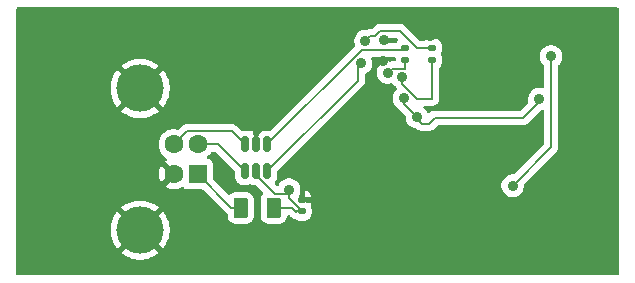
<source format=gbr>
G04*
G04 GERBER (RE)GENERATED BY FLATCAM v8.994 - www.flatcam.org - Version Date: 2020/11/7*
G04 Filename: rp2040-literal-bare-minimum-B_Cu.gbr*
G04 Created on : Monday, 28 July 2025 at 19:10*
%TF.GenerationSoftware,KiCad,Pcbnew,9.0.1*%
%TF.CreationDate,2025-07-21T18:30:37+01:00*%
%TF.ProjectId,rp2040-literal-bare-minimum,72703230-3430-42d6-9c69-746572616c2d,rev?*%
%TF.SameCoordinates,PX3922770PY49f2aa0*%
%TF.FileFunction,Copper,L2,Bot*%
%TF.FilePolarity,Positive*%
%FSLAX46Y46*%
G04 Gerber Fmt 4.6, Leading zero omitted, Abs format (unit mm)*
G04 Created by KiCad (PCBNEW 9.0.1) date 2025-07-21 18:30:37*
%MOMM*%
%LPD*%
G01*
G04 APERTURE LIST*
G04 Aperture macros list*
%AMRoundRect*
0 Rectangle with rounded corners*
0 $1 Rounding radius*
0 $2 $3 $4 $5 $6 $7 $8 $9 X,Y pos of 4 corners*
0 Add a 4 corners polygon primitive as box body*
4,1,4,$2,$3,$4,$5,$6,$7,$8,$9,$2,$3,0*
0 Add four circle primitives for the rounded corners*
1,1,$1+$1,$2,$3*
1,1,$1+$1,$4,$5*
1,1,$1+$1,$6,$7*
1,1,$1+$1,$8,$9*
0 Add four rect primitives between the rounded corners*
20,1,$1+$1,$2,$3,$4,$5,0*
20,1,$1+$1,$4,$5,$6,$7,0*
20,1,$1+$1,$6,$7,$8,$9,0*
20,1,$1+$1,$8,$9,$2,$3,0*%
G04 Aperture macros list end*
%TA.AperFunction,ComponentPad*%
%ADD10R,1.600000X1.600000*%
%TD*%
%TA.AperFunction,ComponentPad*%
%ADD11C,1.600000*%
%TD*%
%TA.AperFunction,ComponentPad*%
%ADD12C,4.000000*%
%TD*%
%TA.AperFunction,SMDPad,CuDef*%
%ADD13RoundRect,0.135000X-0.185000X0.135000X-0.185000X-0.135000X0.185000X-0.135000X0.185000X0.135000X0*%
%TD*%
%TA.AperFunction,SMDPad,CuDef*%
%ADD14RoundRect,0.140000X-0.170000X0.140000X-0.170000X-0.140000X0.170000X-0.140000X0.170000X0.140000X0*%
%TD*%
%TA.AperFunction,SMDPad,CuDef*%
%ADD15RoundRect,0.150000X-0.150000X0.512500X-0.150000X-0.512500X0.150000X-0.512500X0.150000X0.512500X0*%
%TD*%
%TA.AperFunction,SMDPad,CuDef*%
%ADD16RoundRect,0.250000X-0.375000X-0.625000X0.375000X-0.625000X0.375000X0.625000X-0.375000X0.625000X0*%
%TD*%
%TA.AperFunction,ViaPad*%
%ADD17C,0.900000*%
%TD*%
%TA.AperFunction,Conductor*%
%ADD18C,0.200000*%
%TD*%
G04 APERTURE END LIST*
D10*
%TO.P,J1,1,VBUS*%
%TO.N,Net-(J1-VBUS)*%
X15340000Y8552500D03*
D11*
%TO.P,J1,2,D-*%
%TO.N,/D_USB_N*%
X15340000Y11052500D03*
%TO.P,J1,3,D+*%
%TO.N,/D_USB_P*%
X13340000Y11052500D03*
%TO.P,J1,4,GND*%
%TO.N,GND*%
X13340000Y8552500D03*
D12*
%TO.P,J1,5,Shield*%
X10480000Y3802500D03*
X10480000Y15802500D03*
%TD*%
D13*
%TO.P,R2,1*%
%TO.N,/D_N*%
X35222500Y19227500D03*
%TO.P,R2,2*%
%TO.N,Net-(U1-USB_DM)*%
X35222500Y18207500D03*
%TD*%
%TO.P,R1,1*%
%TO.N,/D_P*%
X32947500Y19257500D03*
%TO.P,R1,2*%
%TO.N,Net-(U1-USB_DP)*%
X32947500Y18237500D03*
%TD*%
D14*
%TO.P,C1,1*%
%TO.N,GND*%
X24182500Y6347500D03*
%TO.P,C1,2*%
%TO.N,+5V*%
X24182500Y5387500D03*
%TD*%
D15*
%TO.P,U2,1,I/O1*%
%TO.N,/D_USB_P*%
X19355000Y11060000D03*
%TO.P,U2,2,GND*%
%TO.N,GND*%
X20305000Y11060000D03*
%TO.P,U2,3,I/O2*%
%TO.N,/D_P*%
X21255000Y11060000D03*
%TO.P,U2,4,I/O2*%
%TO.N,/D_N*%
X21255000Y8785000D03*
%TO.P,U2,5,VBUS*%
%TO.N,+5V*%
X20305000Y8785000D03*
%TO.P,U2,6,I/O1*%
%TO.N,/D_USB_N*%
X19355000Y8785000D03*
%TD*%
D16*
%TO.P,F1,1*%
%TO.N,Net-(J1-VBUS)*%
X19007500Y5677500D03*
%TO.P,F1,2*%
%TO.N,+5V*%
X21807500Y5677500D03*
%TD*%
D17*
%TO.N,+1V1*%
X32840000Y14955000D03*
%TO.N,Net-(U1-USB_DP)*%
X31475935Y17131811D03*
%TO.N,GND*%
X24527500Y16022500D03*
X35027500Y20262500D03*
X31145000Y19865000D03*
X31085000Y18160000D03*
%TO.N,+5V*%
X23102500Y7232500D03*
%TO.N,+3V3*%
X42022500Y7562500D03*
X45272500Y18512500D03*
%TO.N,Net-(U1-USB_DM)*%
X32677812Y16735000D03*
%TO.N,/D_N*%
X29187831Y17932169D03*
X29560000Y19820000D03*
%TO.N,+1V1*%
X33938837Y13361500D03*
X44285000Y14902500D03*
%TD*%
D18*
%TO.N,+1V1*%
X32840000Y14955000D02*
X32840000Y14460337D01*
X32840000Y14460337D02*
X33938837Y13361500D01*
%TO.N,Net-(U1-USB_DM)*%
X33930456Y14940000D02*
X35222500Y14940000D01*
X32677812Y16735000D02*
X32677812Y16192644D01*
X32677812Y16192644D02*
X33930456Y14940000D01*
X35222500Y14940000D02*
X35222500Y18207500D01*
%TO.N,Net-(U1-USB_DP)*%
X32947500Y17485000D02*
X31829124Y17485000D01*
X31829124Y17485000D02*
X31475935Y17131811D01*
X32947500Y17485000D02*
X32947500Y18237500D01*
%TO.N,+1V1*%
X35419115Y13289115D02*
X42889115Y13289115D01*
X34325343Y12825000D02*
X34955000Y12825000D01*
X44285000Y14685000D02*
X44285000Y14902500D01*
X33938837Y13211506D02*
X34325343Y12825000D01*
X33938837Y13361500D02*
X33938837Y13211506D01*
X34955000Y12825000D02*
X35419115Y13289115D01*
X42889115Y13289115D02*
X44285000Y14685000D01*
%TO.N,/D_N*%
X28922500Y16452500D02*
X21255000Y8785000D01*
X29187831Y17932169D02*
X28922500Y17666838D01*
X28922500Y17666838D02*
X28922500Y16452500D01*
X29560000Y19820000D02*
X29946759Y20206759D01*
X30798557Y20653500D02*
X32491840Y20653500D01*
X30351816Y20206759D02*
X30798557Y20653500D01*
X33917840Y19227500D02*
X35222500Y19227500D01*
X29946759Y20206759D02*
X30351816Y20206759D01*
X32491840Y20653500D02*
X33917840Y19227500D01*
%TO.N,GND*%
X20305000Y11060000D02*
X20305000Y11800000D01*
X20305000Y11800000D02*
X24527500Y16022500D01*
%TO.N,+5V*%
X24146500Y5387500D02*
X23051500Y6482500D01*
X23051500Y7181500D02*
X23102500Y7232500D01*
X23051500Y6822500D02*
X23051500Y7181500D01*
X23051500Y6822500D02*
X21913032Y6822500D01*
X23662500Y5372500D02*
X23677500Y5387500D01*
X21807500Y5677500D02*
X23357500Y5677500D01*
X21913032Y6822500D02*
X20305000Y8430532D01*
X23051500Y6482500D02*
X23051500Y6822500D01*
X23357500Y5677500D02*
X23662500Y5372500D01*
X23677500Y5387500D02*
X24182500Y5387500D01*
%TO.N,+3V3*%
X45272500Y10812500D02*
X42022500Y7562500D01*
X45272500Y18512500D02*
X45272500Y10812500D01*
%TO.N,Net-(J1-VBUS)*%
X15340000Y8552500D02*
X18215000Y5677500D01*
X18215000Y5677500D02*
X19007500Y5677500D01*
%TO.N,/D_USB_N*%
X17087500Y11052500D02*
X19355000Y8785000D01*
X15340000Y11052500D02*
X17087500Y11052500D01*
%TO.N,/D_USB_P*%
X18261500Y12153500D02*
X19355000Y11060000D01*
X14441000Y12153500D02*
X18261500Y12153500D01*
X13340000Y11052500D02*
X14441000Y12153500D01*
%TO.N,/D_P*%
X32747500Y19057500D02*
X29252500Y19057500D01*
X21255000Y11060000D02*
X29252500Y19057500D01*
X32947500Y19257500D02*
X32747500Y19057500D01*
%TD*%
%TA.AperFunction,Conductor*%
%TO.N,GND*%
G36*
X32258781Y20033315D02*
G01*
X32279426Y20016679D01*
X32296006Y20000098D01*
X32329489Y19938773D01*
X32324502Y19869082D01*
X32296004Y19824739D01*
X32256370Y19785105D01*
X32256362Y19785095D01*
X32217203Y19718879D01*
X32166134Y19671195D01*
X32110471Y19658000D01*
X30951653Y19658000D01*
X30930407Y19664239D01*
X30908319Y19665818D01*
X30897535Y19673891D01*
X30884614Y19677685D01*
X30870114Y19694419D01*
X30852386Y19707690D01*
X30847678Y19720311D01*
X30838859Y19730489D01*
X30835707Y19752407D01*
X30827969Y19773154D01*
X30830831Y19786315D01*
X30828915Y19799647D01*
X30838114Y19819791D01*
X30842821Y19841427D01*
X30856090Y19859154D01*
X30857940Y19863203D01*
X30863956Y19869666D01*
X31010974Y20016683D01*
X31072296Y20050166D01*
X31098654Y20053000D01*
X32191742Y20053000D01*
X32258781Y20033315D01*
G37*
%TD.AperFunction*%
%TA.AperFunction,Conductor*%
G36*
X50965039Y22647315D02*
G01*
X51010794Y22594511D01*
X51022000Y22543000D01*
X51022000Y122000D01*
X51002315Y54961D01*
X50949511Y9206D01*
X50898000Y-2000D01*
X122000Y-2000D01*
X54961Y17685D01*
X9206Y70489D01*
X-2000Y122000D01*
X-2000Y3942902D01*
X7980000Y3942902D01*
X7980000Y3662099D01*
X8011437Y3383088D01*
X8011439Y3383076D01*
X8073921Y3109322D01*
X8073922Y3109320D01*
X8166662Y2844283D01*
X8288492Y2591300D01*
X8437884Y2353544D01*
X8544187Y2220243D01*
X9507912Y3183968D01*
X9602829Y3053325D01*
X9730825Y2925329D01*
X9861466Y2830414D01*
X8897741Y1866690D01*
X8897741Y1866689D01*
X9031043Y1760385D01*
X9268799Y1610993D01*
X9521782Y1489163D01*
X9786819Y1396423D01*
X9786821Y1396422D01*
X10060575Y1333940D01*
X10060587Y1333938D01*
X10339598Y1302501D01*
X10339600Y1302500D01*
X10620400Y1302500D01*
X10620401Y1302501D01*
X10899412Y1333938D01*
X10899424Y1333940D01*
X11173178Y1396422D01*
X11173180Y1396423D01*
X11438217Y1489163D01*
X11691200Y1610993D01*
X11928956Y1760384D01*
X12062257Y1866690D01*
X11098533Y2830414D01*
X11229175Y2925329D01*
X11357171Y3053325D01*
X11452086Y3183967D01*
X12415810Y2220243D01*
X12522116Y2353544D01*
X12671507Y2591300D01*
X12793337Y2844283D01*
X12886077Y3109320D01*
X12886078Y3109322D01*
X12948560Y3383076D01*
X12948562Y3383088D01*
X12979999Y3662099D01*
X12980000Y3662101D01*
X12980000Y3942900D01*
X12979999Y3942902D01*
X12948562Y4221913D01*
X12948560Y4221925D01*
X12886078Y4495679D01*
X12886077Y4495681D01*
X12793337Y4760718D01*
X12671507Y5013701D01*
X12522115Y5251457D01*
X12415810Y5384759D01*
X11452086Y4421035D01*
X11357171Y4551675D01*
X11229175Y4679671D01*
X11098533Y4774588D01*
X12062257Y5738313D01*
X11928956Y5844616D01*
X11691200Y5994008D01*
X11438217Y6115838D01*
X11173180Y6208578D01*
X11173178Y6208579D01*
X10899424Y6271061D01*
X10899412Y6271063D01*
X10620401Y6302500D01*
X10339598Y6302500D01*
X10060587Y6271063D01*
X10060575Y6271061D01*
X9786821Y6208579D01*
X9786819Y6208578D01*
X9521782Y6115838D01*
X9268799Y5994008D01*
X9031043Y5844616D01*
X8897741Y5738313D01*
X9861466Y4774588D01*
X9730825Y4679671D01*
X9602829Y4551675D01*
X9507912Y4421034D01*
X8544187Y5384759D01*
X8437884Y5251457D01*
X8288492Y5013701D01*
X8166662Y4760718D01*
X8073922Y4495681D01*
X8073921Y4495679D01*
X8011439Y4221925D01*
X8011437Y4221913D01*
X7980000Y3942902D01*
X-2000Y3942902D01*
X-2000Y11154852D01*
X12039500Y11154852D01*
X12039500Y10950149D01*
X12071522Y10747966D01*
X12134781Y10553277D01*
X12227715Y10370887D01*
X12348028Y10205287D01*
X12492786Y10060529D01*
X12658385Y9940216D01*
X12658387Y9940215D01*
X12658390Y9940213D01*
X12712378Y9912705D01*
X12763174Y9864731D01*
X12779969Y9796910D01*
X12757432Y9730775D01*
X12712378Y9691735D01*
X12658644Y9664357D01*
X12614077Y9631977D01*
X12614077Y9631976D01*
X13231002Y9015051D01*
X13156657Y8995130D01*
X13048343Y8932595D01*
X12959905Y8844157D01*
X12897370Y8735843D01*
X12877449Y8661498D01*
X12260524Y9278423D01*
X12260523Y9278423D01*
X12228143Y9233856D01*
X12135244Y9051532D01*
X12072009Y8856918D01*
X12040000Y8654818D01*
X12040000Y8450183D01*
X12072009Y8248083D01*
X12135244Y8053469D01*
X12228141Y7871150D01*
X12228147Y7871141D01*
X12260523Y7826579D01*
X12260524Y7826578D01*
X12877449Y8443504D01*
X12897370Y8369157D01*
X12959905Y8260843D01*
X13048343Y8172405D01*
X13156657Y8109870D01*
X13231001Y8089950D01*
X12614076Y7473026D01*
X12658650Y7440641D01*
X12840968Y7347745D01*
X13035582Y7284510D01*
X13237683Y7252500D01*
X13442317Y7252500D01*
X13644417Y7284510D01*
X13839031Y7347745D01*
X14020206Y7440059D01*
X14088875Y7452955D01*
X14153615Y7426679D01*
X14175767Y7403886D01*
X14182450Y7394958D01*
X14182452Y7394956D01*
X14182454Y7394954D01*
X14182457Y7394952D01*
X14297664Y7308707D01*
X14297671Y7308703D01*
X14432517Y7258409D01*
X14432516Y7258409D01*
X14439444Y7257665D01*
X14492127Y7252000D01*
X15739902Y7252001D01*
X15806941Y7232316D01*
X15827583Y7215682D01*
X17734478Y5308787D01*
X17734480Y5308784D01*
X17845683Y5197581D01*
X17857735Y5175509D01*
X17879166Y5136261D01*
X17882000Y5109903D01*
X17882000Y5002500D01*
X17882001Y5002481D01*
X17892500Y4899704D01*
X17892501Y4899701D01*
X17938556Y4760718D01*
X17947686Y4733166D01*
X18039788Y4583844D01*
X18163844Y4459788D01*
X18313166Y4367686D01*
X18479703Y4312501D01*
X18582491Y4302000D01*
X19432508Y4302001D01*
X19432516Y4302002D01*
X19432519Y4302002D01*
X19488802Y4307752D01*
X19535297Y4312501D01*
X19701834Y4367686D01*
X19851156Y4459788D01*
X19975212Y4583844D01*
X20067314Y4733166D01*
X20122499Y4899703D01*
X20133000Y5002491D01*
X20132999Y6352508D01*
X20132627Y6356145D01*
X20122499Y6455297D01*
X20122498Y6455300D01*
X20106991Y6502097D01*
X20067314Y6621834D01*
X19975212Y6771156D01*
X19851156Y6895212D01*
X19701834Y6987314D01*
X19535297Y7042499D01*
X19535295Y7042500D01*
X19432510Y7053000D01*
X18582498Y7053000D01*
X18582480Y7052999D01*
X18479703Y7042500D01*
X18479700Y7042499D01*
X18313168Y6987315D01*
X18313163Y6987313D01*
X18163845Y6895213D01*
X18092864Y6824232D01*
X18031540Y6790748D01*
X17961849Y6795733D01*
X17917502Y6824233D01*
X16676818Y8064917D01*
X16643333Y8126240D01*
X16640499Y8152598D01*
X16640499Y9400371D01*
X16640498Y9400377D01*
X16634091Y9459984D01*
X16583797Y9594829D01*
X16583793Y9594836D01*
X16497547Y9710045D01*
X16497544Y9710048D01*
X16382335Y9796294D01*
X16382328Y9796298D01*
X16247479Y9846593D01*
X16241959Y9847897D01*
X16181244Y9882471D01*
X16148859Y9944382D01*
X16155086Y10013973D01*
X16184984Y10055879D01*
X16183774Y10057089D01*
X16256627Y10129942D01*
X16331966Y10205281D01*
X16331968Y10205285D01*
X16331971Y10205287D01*
X16452284Y10370886D01*
X16452285Y10370887D01*
X16452287Y10370890D01*
X16459117Y10384296D01*
X16469566Y10395360D01*
X16475889Y10409203D01*
X16493068Y10420244D01*
X16507091Y10435091D01*
X16522772Y10439333D01*
X16534667Y10446977D01*
X16569602Y10452000D01*
X16787403Y10452000D01*
X16854442Y10432315D01*
X16875084Y10415681D01*
X18518181Y8772584D01*
X18551666Y8711261D01*
X18554500Y8684903D01*
X18554500Y8206799D01*
X18557401Y8169933D01*
X18557402Y8169927D01*
X18603254Y8012107D01*
X18603255Y8012104D01*
X18686917Y7870638D01*
X18686923Y7870630D01*
X18803129Y7754424D01*
X18803133Y7754421D01*
X18803135Y7754419D01*
X18944602Y7670756D01*
X18973033Y7662496D01*
X19102426Y7624903D01*
X19102429Y7624903D01*
X19102431Y7624902D01*
X19139306Y7622000D01*
X19139314Y7622000D01*
X19570686Y7622000D01*
X19570694Y7622000D01*
X19607569Y7624902D01*
X19607571Y7624903D01*
X19607573Y7624903D01*
X19649191Y7636995D01*
X19765398Y7670756D01*
X19766874Y7671630D01*
X19768183Y7671962D01*
X19772557Y7673854D01*
X19772862Y7673149D01*
X19834597Y7688815D01*
X19887229Y7673361D01*
X19887443Y7673854D01*
X19891441Y7672124D01*
X19893125Y7671630D01*
X19894602Y7670756D01*
X19923033Y7662496D01*
X20052426Y7624903D01*
X20052429Y7624903D01*
X20052431Y7624902D01*
X20089306Y7622000D01*
X20212935Y7622000D01*
X20279974Y7602315D01*
X20300616Y7585681D01*
X20889783Y6996514D01*
X20923268Y6935191D01*
X20918284Y6865499D01*
X20889784Y6821153D01*
X20839789Y6771158D01*
X20747687Y6621837D01*
X20747685Y6621832D01*
X20744427Y6612000D01*
X20692501Y6455297D01*
X20692501Y6455296D01*
X20692500Y6455296D01*
X20682000Y6352517D01*
X20682000Y5002499D01*
X20682001Y5002482D01*
X20692500Y4899704D01*
X20692501Y4899701D01*
X20738556Y4760718D01*
X20747686Y4733166D01*
X20839788Y4583844D01*
X20963844Y4459788D01*
X21113166Y4367686D01*
X21279703Y4312501D01*
X21382491Y4302000D01*
X22232508Y4302001D01*
X22232516Y4302002D01*
X22232519Y4302002D01*
X22288802Y4307752D01*
X22335297Y4312501D01*
X22501834Y4367686D01*
X22651156Y4459788D01*
X22775212Y4583844D01*
X22867314Y4733166D01*
X22922499Y4899703D01*
X22927893Y4952500D01*
X22929232Y4965603D01*
X22930226Y4968041D01*
X22929852Y4970647D01*
X22943354Y5000213D01*
X22955629Y5030295D01*
X22957783Y5031808D01*
X22958877Y5034203D01*
X22986218Y5051775D01*
X23012810Y5070446D01*
X23016121Y5070992D01*
X23017655Y5071977D01*
X23052590Y5077000D01*
X23057403Y5077000D01*
X23124442Y5057315D01*
X23145084Y5040681D01*
X23181981Y5003784D01*
X23293784Y4891981D01*
X23430715Y4812923D01*
X23549647Y4781056D01*
X23605234Y4748962D01*
X23616813Y4737383D01*
X23756105Y4655006D01*
X23797087Y4643100D01*
X23911502Y4609858D01*
X23911505Y4609858D01*
X23911507Y4609857D01*
X23947810Y4607000D01*
X23947818Y4607000D01*
X24417182Y4607000D01*
X24417190Y4607000D01*
X24453493Y4609857D01*
X24453495Y4609858D01*
X24453497Y4609858D01*
X24494475Y4621764D01*
X24608895Y4655006D01*
X24748187Y4737383D01*
X24862617Y4851813D01*
X24944994Y4991105D01*
X24990143Y5146507D01*
X24993000Y5182810D01*
X24993000Y5592190D01*
X24990143Y5628493D01*
X24944994Y5783895D01*
X24932589Y5804870D01*
X24915406Y5872591D01*
X24932591Y5931116D01*
X24944532Y5951306D01*
X24987004Y6097500D01*
X24680852Y6097500D01*
X24617733Y6114768D01*
X24608895Y6119994D01*
X24608893Y6119995D01*
X24608889Y6119997D01*
X24453497Y6165143D01*
X24453491Y6165144D01*
X24417197Y6168000D01*
X24417190Y6168000D01*
X24306500Y6168000D01*
X24239461Y6187685D01*
X24193706Y6240489D01*
X24182500Y6292000D01*
X24182500Y6347500D01*
X24087097Y6347500D01*
X24057656Y6356145D01*
X24027670Y6362668D01*
X24022654Y6366423D01*
X24020058Y6367185D01*
X23999416Y6383819D01*
X23968819Y6414416D01*
X23935334Y6475739D01*
X23932500Y6502097D01*
X23932500Y6597500D01*
X24432500Y6597500D01*
X24987004Y6597500D01*
X24944531Y6743696D01*
X24862221Y6882875D01*
X24862214Y6882884D01*
X24747883Y6997215D01*
X24747874Y6997222D01*
X24608695Y7079532D01*
X24608690Y7079534D01*
X24453418Y7124645D01*
X24453412Y7124646D01*
X24432500Y7126291D01*
X24432500Y6597500D01*
X23932500Y6597500D01*
X23932500Y6728156D01*
X23944449Y6775830D01*
X23942491Y6776641D01*
X23979297Y6865499D01*
X24016473Y6955249D01*
X24053000Y7138884D01*
X24053000Y7326116D01*
X24016473Y7509751D01*
X23944822Y7682731D01*
X23944821Y7682732D01*
X23944818Y7682738D01*
X23840802Y7838408D01*
X23840799Y7838412D01*
X23708411Y7970800D01*
X23708407Y7970803D01*
X23552737Y8074819D01*
X23552728Y8074824D01*
X23379751Y8146473D01*
X23379743Y8146475D01*
X23196120Y8183000D01*
X23196116Y8183000D01*
X23008884Y8183000D01*
X23008879Y8183000D01*
X22825256Y8146475D01*
X22825248Y8146473D01*
X22652271Y8074824D01*
X22652262Y8074819D01*
X22496592Y7970803D01*
X22496588Y7970800D01*
X22364200Y7838412D01*
X22364197Y7838408D01*
X22260181Y7682738D01*
X22260178Y7682732D01*
X22226298Y7600939D01*
X22205708Y7575390D01*
X22186048Y7549126D01*
X22183896Y7548324D01*
X22182456Y7546536D01*
X22151326Y7536176D01*
X22120584Y7524709D01*
X22118340Y7525198D01*
X22116162Y7524472D01*
X22084367Y7532588D01*
X22052311Y7539561D01*
X22049860Y7541396D01*
X22048463Y7541752D01*
X22024058Y7560709D01*
X21906285Y7678482D01*
X21872802Y7739802D01*
X21877786Y7809494D01*
X21906287Y7853842D01*
X21923081Y7870635D01*
X22006744Y8012102D01*
X22052598Y8169931D01*
X22055500Y8206806D01*
X22055500Y8684904D01*
X22075185Y8751943D01*
X22091814Y8772580D01*
X29281006Y15961773D01*
X29281011Y15961776D01*
X29291214Y15971980D01*
X29291216Y15971980D01*
X29403020Y16083784D01*
X29482077Y16220716D01*
X29523000Y16373443D01*
X29523000Y16959333D01*
X29542685Y17026372D01*
X29595489Y17072127D01*
X29599524Y17073885D01*
X29638062Y17089847D01*
X29793739Y17193867D01*
X29926133Y17326261D01*
X30030153Y17481938D01*
X30101804Y17654918D01*
X30138331Y17838553D01*
X30138331Y18025785D01*
X30101804Y18209420D01*
X30070270Y18285548D01*
X30062802Y18355017D01*
X30094077Y18417496D01*
X30154166Y18453148D01*
X30184832Y18457000D01*
X32003000Y18457000D01*
X32011685Y18454450D01*
X32020646Y18455738D01*
X32044687Y18444760D01*
X32070039Y18437315D01*
X32075965Y18430476D01*
X32084202Y18426714D01*
X32098492Y18404479D01*
X32115794Y18384511D01*
X32118081Y18373999D01*
X32121977Y18367936D01*
X32127000Y18333001D01*
X32127000Y18271061D01*
X32127001Y18209501D01*
X32107317Y18142461D01*
X32054513Y18096706D01*
X32003001Y18085500D01*
X31915794Y18085500D01*
X31915778Y18085501D01*
X31908182Y18085501D01*
X31750067Y18085501D01*
X31750065Y18085501D01*
X31694248Y18070545D01*
X31637965Y18068703D01*
X31569554Y18082311D01*
X31569551Y18082311D01*
X31382319Y18082311D01*
X31382314Y18082311D01*
X31198691Y18045786D01*
X31198683Y18045784D01*
X31025706Y17974135D01*
X31025697Y17974130D01*
X30870027Y17870114D01*
X30870023Y17870111D01*
X30737635Y17737723D01*
X30737632Y17737719D01*
X30633616Y17582049D01*
X30633611Y17582040D01*
X30561962Y17409063D01*
X30561960Y17409055D01*
X30525435Y17225432D01*
X30525435Y17038191D01*
X30561960Y16854568D01*
X30561962Y16854560D01*
X30633611Y16681583D01*
X30633616Y16681574D01*
X30737632Y16525904D01*
X30737635Y16525900D01*
X30870023Y16393512D01*
X30870027Y16393509D01*
X31025697Y16289493D01*
X31025703Y16289490D01*
X31025704Y16289489D01*
X31198684Y16217838D01*
X31306964Y16196300D01*
X31382314Y16181312D01*
X31382318Y16181311D01*
X31382319Y16181311D01*
X31569552Y16181311D01*
X31569553Y16181312D01*
X31753186Y16217838D01*
X31758656Y16220105D01*
X31828125Y16227574D01*
X31890605Y16196300D01*
X31909212Y16174437D01*
X31921495Y16156054D01*
X31939511Y16129090D01*
X32071898Y15996703D01*
X32071903Y15996699D01*
X32089605Y15984871D01*
X32098224Y15975669D01*
X32106282Y15971515D01*
X32128094Y15943780D01*
X32128100Y15943773D01*
X32133454Y15934500D01*
X32176012Y15860786D01*
X32197291Y15823929D01*
X32202238Y15817483D01*
X32199962Y15815738D01*
X32226808Y15766574D01*
X32221824Y15696882D01*
X32193324Y15652535D01*
X32101697Y15560908D01*
X31997681Y15405238D01*
X31997676Y15405229D01*
X31926027Y15232252D01*
X31926025Y15232244D01*
X31889500Y15048621D01*
X31889500Y14861380D01*
X31926025Y14677757D01*
X31926027Y14677749D01*
X31997676Y14504772D01*
X31997681Y14504763D01*
X32101697Y14349093D01*
X32101700Y14349089D01*
X32234086Y14216703D01*
X32234093Y14216697D01*
X32296623Y14174916D01*
X32321167Y14153337D01*
X32329093Y14144253D01*
X32359480Y14091621D01*
X32471284Y13979817D01*
X32471286Y13979816D01*
X32481336Y13969766D01*
X32952018Y13499084D01*
X32985503Y13437761D01*
X32988337Y13411403D01*
X32988337Y13267880D01*
X33024862Y13084257D01*
X33024864Y13084249D01*
X33096513Y12911272D01*
X33096518Y12911263D01*
X33200534Y12755593D01*
X33200537Y12755589D01*
X33332925Y12623201D01*
X33332929Y12623198D01*
X33488599Y12519182D01*
X33488605Y12519179D01*
X33488606Y12519178D01*
X33661586Y12447527D01*
X33845221Y12411000D01*
X33845226Y12411000D01*
X33850856Y12410445D01*
X33909886Y12388575D01*
X33918737Y12382370D01*
X33956627Y12344480D01*
X34043438Y12294361D01*
X34093558Y12265423D01*
X34246286Y12224499D01*
X34246289Y12224499D01*
X34411996Y12224499D01*
X34412012Y12224500D01*
X34868331Y12224500D01*
X34868347Y12224499D01*
X34875943Y12224499D01*
X35034054Y12224499D01*
X35034057Y12224499D01*
X35186785Y12265423D01*
X35236904Y12294361D01*
X35323716Y12344480D01*
X35435520Y12456284D01*
X35435521Y12456286D01*
X35631533Y12652299D01*
X35692856Y12685781D01*
X35719213Y12688615D01*
X42802446Y12688615D01*
X42802462Y12688614D01*
X42810058Y12688614D01*
X42968169Y12688614D01*
X42968172Y12688614D01*
X43120900Y12729538D01*
X43175393Y12761000D01*
X43257831Y12808595D01*
X43369635Y12920399D01*
X43369635Y12920401D01*
X43379839Y12930604D01*
X43379843Y12930609D01*
X44380254Y13931021D01*
X44396849Y13940082D01*
X44410459Y13953214D01*
X44439953Y13963619D01*
X44441575Y13964504D01*
X44443724Y13964952D01*
X44523810Y13980881D01*
X44593401Y13974654D01*
X44648578Y13931790D01*
X44671822Y13865901D01*
X44672000Y13859264D01*
X44672000Y11112598D01*
X44652315Y11045559D01*
X44635681Y11024917D01*
X42160083Y8549319D01*
X42098760Y8515834D01*
X42072402Y8513000D01*
X41928879Y8513000D01*
X41745256Y8476475D01*
X41745248Y8476473D01*
X41572271Y8404824D01*
X41572262Y8404819D01*
X41416592Y8300803D01*
X41416588Y8300800D01*
X41284200Y8168412D01*
X41284197Y8168408D01*
X41180181Y8012738D01*
X41180176Y8012729D01*
X41108527Y7839752D01*
X41108525Y7839744D01*
X41072000Y7656121D01*
X41072000Y7468880D01*
X41108525Y7285257D01*
X41108527Y7285249D01*
X41180176Y7112272D01*
X41180181Y7112263D01*
X41284197Y6956593D01*
X41284200Y6956589D01*
X41416588Y6824201D01*
X41416592Y6824198D01*
X41572262Y6720182D01*
X41572268Y6720179D01*
X41572269Y6720178D01*
X41745249Y6648527D01*
X41855525Y6626592D01*
X41928879Y6612001D01*
X41928883Y6612000D01*
X41928884Y6612000D01*
X42116117Y6612000D01*
X42116118Y6612001D01*
X42299751Y6648527D01*
X42472731Y6720178D01*
X42628408Y6824198D01*
X42760802Y6956592D01*
X42864822Y7112269D01*
X42936473Y7285249D01*
X42973000Y7468884D01*
X42973000Y7612404D01*
X42992685Y7679443D01*
X43009319Y7700085D01*
X44304364Y8995130D01*
X45631006Y10321772D01*
X45631011Y10321776D01*
X45641214Y10331980D01*
X45641216Y10331980D01*
X45753020Y10443784D01*
X45816238Y10553281D01*
X45832077Y10580715D01*
X45873000Y10733443D01*
X45873000Y10891557D01*
X45873000Y17717428D01*
X45892685Y17784467D01*
X45909314Y17805105D01*
X46010802Y17906592D01*
X46114822Y18062269D01*
X46186473Y18235249D01*
X46223000Y18418884D01*
X46223000Y18606116D01*
X46186473Y18789751D01*
X46114822Y18962731D01*
X46114821Y18962732D01*
X46114818Y18962738D01*
X46010802Y19118408D01*
X46010799Y19118412D01*
X45878411Y19250800D01*
X45878407Y19250803D01*
X45722737Y19354819D01*
X45722728Y19354824D01*
X45549751Y19426473D01*
X45549743Y19426475D01*
X45366120Y19463000D01*
X45366116Y19463000D01*
X45178884Y19463000D01*
X45178879Y19463000D01*
X44995256Y19426475D01*
X44995248Y19426473D01*
X44822271Y19354824D01*
X44822262Y19354819D01*
X44666592Y19250803D01*
X44666588Y19250800D01*
X44534200Y19118412D01*
X44534197Y19118408D01*
X44430181Y18962738D01*
X44430176Y18962729D01*
X44358527Y18789752D01*
X44358525Y18789744D01*
X44322000Y18606121D01*
X44322000Y18418880D01*
X44358525Y18235257D01*
X44358527Y18235249D01*
X44430176Y18062272D01*
X44430181Y18062263D01*
X44534196Y17906594D01*
X44534197Y17906593D01*
X44534198Y17906592D01*
X44635682Y17805108D01*
X44669166Y17743787D01*
X44672000Y17717428D01*
X44672000Y15945738D01*
X44652315Y15878699D01*
X44599511Y15832944D01*
X44530353Y15823000D01*
X44523810Y15824120D01*
X44411977Y15846364D01*
X44378616Y15853000D01*
X44191384Y15853000D01*
X44191379Y15853000D01*
X44007756Y15816475D01*
X44007748Y15816473D01*
X43834771Y15744824D01*
X43834762Y15744819D01*
X43679092Y15640803D01*
X43679088Y15640800D01*
X43546700Y15508412D01*
X43546697Y15508408D01*
X43442681Y15352738D01*
X43442676Y15352729D01*
X43371027Y15179752D01*
X43371025Y15179744D01*
X43334500Y14996121D01*
X43334500Y14808880D01*
X43358923Y14686096D01*
X43352696Y14616504D01*
X43324987Y14574224D01*
X42676699Y13925934D01*
X42615376Y13892449D01*
X42589018Y13889615D01*
X35505785Y13889615D01*
X35505769Y13889616D01*
X35498173Y13889616D01*
X35340058Y13889616D01*
X35263694Y13869154D01*
X35187329Y13848692D01*
X35187324Y13848689D01*
X35050405Y13769640D01*
X35050397Y13769634D01*
X35003570Y13722807D01*
X34942247Y13689323D01*
X34872555Y13694308D01*
X34816622Y13736180D01*
X34801329Y13763037D01*
X34781162Y13811725D01*
X34781155Y13811738D01*
X34677139Y13967408D01*
X34677136Y13967412D01*
X34544747Y14099801D01*
X34525895Y14112397D01*
X34481089Y14166009D01*
X34472382Y14235334D01*
X34502536Y14298362D01*
X34561979Y14335082D01*
X34594785Y14339500D01*
X35301555Y14339500D01*
X35301557Y14339500D01*
X35454284Y14380423D01*
X35591216Y14459480D01*
X35703020Y14571284D01*
X35782077Y14708216D01*
X35823000Y14860943D01*
X35823000Y17537905D01*
X35842685Y17604944D01*
X35859314Y17625582D01*
X35913635Y17679902D01*
X35995369Y17818107D01*
X36040165Y17972296D01*
X36043000Y18008319D01*
X36042999Y18406680D01*
X36040165Y18442704D01*
X35995369Y18596893D01*
X35961369Y18654383D01*
X35944188Y18722102D01*
X35961369Y18780618D01*
X35995369Y18838107D01*
X36040165Y18992296D01*
X36043000Y19028319D01*
X36042999Y19426680D01*
X36040165Y19462704D01*
X35995369Y19616893D01*
X35913635Y19755098D01*
X35913633Y19755100D01*
X35913630Y19755104D01*
X35800103Y19868631D01*
X35800095Y19868637D01*
X35661893Y19950369D01*
X35661888Y19950371D01*
X35507708Y19995165D01*
X35507702Y19995166D01*
X35471681Y19998000D01*
X34973330Y19998000D01*
X34973308Y19997999D01*
X34937294Y19995165D01*
X34783111Y19950371D01*
X34783106Y19950369D01*
X34644904Y19868637D01*
X34644896Y19868631D01*
X34640585Y19864319D01*
X34579262Y19830834D01*
X34552904Y19828000D01*
X34217938Y19828000D01*
X34150899Y19847685D01*
X34130257Y19864319D01*
X32979430Y21015145D01*
X32979428Y21015148D01*
X32860557Y21134019D01*
X32860556Y21134020D01*
X32773744Y21184140D01*
X32773744Y21184141D01*
X32773740Y21184142D01*
X32723625Y21213077D01*
X32570897Y21254001D01*
X32412783Y21254001D01*
X32405187Y21254001D01*
X32405171Y21254000D01*
X30877614Y21254000D01*
X30719500Y21254000D01*
X30566772Y21213077D01*
X30566771Y21213077D01*
X30566769Y21213076D01*
X30566766Y21213075D01*
X30516653Y21184141D01*
X30516652Y21184140D01*
X30473246Y21159080D01*
X30429842Y21134021D01*
X30429839Y21134019D01*
X30318035Y21022214D01*
X30139400Y20843578D01*
X30112472Y20828875D01*
X30086654Y20812282D01*
X30080453Y20811391D01*
X30078077Y20810093D01*
X30051719Y20807259D01*
X30033428Y20807259D01*
X30033412Y20807260D01*
X30025816Y20807260D01*
X29867702Y20807260D01*
X29725677Y20769205D01*
X29669397Y20767362D01*
X29653619Y20770500D01*
X29653616Y20770500D01*
X29466384Y20770500D01*
X29466379Y20770500D01*
X29282756Y20733975D01*
X29282748Y20733973D01*
X29109771Y20662324D01*
X29109762Y20662319D01*
X28954092Y20558303D01*
X28954088Y20558300D01*
X28821700Y20425912D01*
X28821697Y20425908D01*
X28717681Y20270238D01*
X28717676Y20270229D01*
X28646027Y20097252D01*
X28646025Y20097244D01*
X28609500Y19913621D01*
X28609500Y19726380D01*
X28646025Y19542757D01*
X28646028Y19542745D01*
X28685342Y19447832D01*
X28692811Y19378363D01*
X28661535Y19315884D01*
X28658462Y19312699D01*
X21602031Y12256268D01*
X21540708Y12222783D01*
X21504625Y12220331D01*
X21470709Y12223000D01*
X21470694Y12223000D01*
X21039306Y12223000D01*
X21039298Y12223000D01*
X21002432Y12220099D01*
X21002426Y12220098D01*
X20844607Y12174246D01*
X20844594Y12174241D01*
X20842620Y12173073D01*
X20840872Y12172630D01*
X20837441Y12171145D01*
X20837201Y12171699D01*
X20774895Y12155897D01*
X20722601Y12171252D01*
X20722356Y12170684D01*
X20717758Y12172674D01*
X20716398Y12173073D01*
X20715203Y12173780D01*
X20715193Y12173784D01*
X20557494Y12219600D01*
X20557497Y12219600D01*
X20555000Y12219797D01*
X20555000Y11954316D01*
X20537733Y11891196D01*
X20503254Y11832895D01*
X20503254Y11832894D01*
X20457402Y11675074D01*
X20457401Y11675068D01*
X20454500Y11638202D01*
X20454500Y11184000D01*
X20451949Y11175315D01*
X20453238Y11166353D01*
X20442259Y11142313D01*
X20434815Y11116961D01*
X20427974Y11111034D01*
X20424213Y11102797D01*
X20401978Y11088508D01*
X20382011Y11071206D01*
X20371496Y11068919D01*
X20365435Y11065023D01*
X20330500Y11060000D01*
X20279500Y11060000D01*
X20212461Y11079685D01*
X20166706Y11132489D01*
X20155500Y11184000D01*
X20155500Y11638187D01*
X20155499Y11638202D01*
X20152598Y11675068D01*
X20152597Y11675074D01*
X20106745Y11832894D01*
X20106745Y11832895D01*
X20106744Y11832896D01*
X20106744Y11832898D01*
X20072267Y11891196D01*
X20055000Y11954316D01*
X20055000Y12219797D01*
X20052504Y12219600D01*
X19894806Y12173784D01*
X19894791Y12173778D01*
X19893599Y12173072D01*
X19892543Y12172805D01*
X19887641Y12170683D01*
X19887298Y12171475D01*
X19825873Y12155897D01*
X19772710Y12171508D01*
X19772554Y12171147D01*
X19769630Y12172413D01*
X19767377Y12173074D01*
X19765399Y12174244D01*
X19765393Y12174246D01*
X19607573Y12220098D01*
X19607567Y12220099D01*
X19570701Y12223000D01*
X19570694Y12223000D01*
X19139306Y12223000D01*
X19139298Y12223000D01*
X19105377Y12220330D01*
X19037000Y12234695D01*
X19007968Y12256267D01*
X18749090Y12515145D01*
X18749088Y12515148D01*
X18630217Y12634019D01*
X18630216Y12634020D01*
X18535654Y12688615D01*
X18535653Y12688616D01*
X18493290Y12713075D01*
X18493289Y12713076D01*
X18480763Y12716433D01*
X18340557Y12754001D01*
X18182443Y12754001D01*
X18174847Y12754001D01*
X18174831Y12754000D01*
X14520057Y12754000D01*
X14361943Y12754000D01*
X14209215Y12713077D01*
X14209214Y12713077D01*
X14209212Y12713076D01*
X14209209Y12713075D01*
X14166847Y12688616D01*
X14166846Y12688615D01*
X14119565Y12661318D01*
X14072285Y12634021D01*
X14072282Y12634019D01*
X13960478Y12522214D01*
X13784842Y12346579D01*
X13723519Y12313094D01*
X13658848Y12316327D01*
X13644534Y12320978D01*
X13469995Y12348622D01*
X13442352Y12353000D01*
X13237648Y12353000D01*
X13213329Y12349149D01*
X13035465Y12320978D01*
X12840776Y12257719D01*
X12658386Y12164785D01*
X12492786Y12044472D01*
X12348028Y11899714D01*
X12227715Y11734114D01*
X12134781Y11551724D01*
X12071522Y11357035D01*
X12039500Y11154852D01*
X-2000Y11154852D01*
X-2000Y15942902D01*
X7980000Y15942902D01*
X7980000Y15662099D01*
X8011437Y15383088D01*
X8011439Y15383076D01*
X8073921Y15109322D01*
X8073922Y15109320D01*
X8166662Y14844283D01*
X8288492Y14591300D01*
X8437884Y14353544D01*
X8544187Y14220243D01*
X9507912Y15183968D01*
X9602829Y15053325D01*
X9730825Y14925329D01*
X9861466Y14830414D01*
X8897741Y13866690D01*
X8897741Y13866689D01*
X9031043Y13760385D01*
X9268799Y13610993D01*
X9521782Y13489163D01*
X9786819Y13396423D01*
X9786821Y13396422D01*
X10060575Y13333940D01*
X10060587Y13333938D01*
X10339598Y13302501D01*
X10339600Y13302500D01*
X10620400Y13302500D01*
X10620401Y13302501D01*
X10899412Y13333938D01*
X10899424Y13333940D01*
X11173178Y13396422D01*
X11173180Y13396423D01*
X11438217Y13489163D01*
X11691200Y13610993D01*
X11928956Y13760384D01*
X12062257Y13866690D01*
X11098533Y14830414D01*
X11229175Y14925329D01*
X11357171Y15053325D01*
X11452086Y15183967D01*
X12415810Y14220243D01*
X12522116Y14353544D01*
X12671507Y14591300D01*
X12793337Y14844283D01*
X12886077Y15109320D01*
X12886078Y15109322D01*
X12948560Y15383076D01*
X12948562Y15383088D01*
X12979999Y15662099D01*
X12980000Y15662101D01*
X12980000Y15942900D01*
X12979999Y15942902D01*
X12948562Y16221913D01*
X12948560Y16221925D01*
X12886078Y16495679D01*
X12886077Y16495681D01*
X12793337Y16760718D01*
X12671507Y17013701D01*
X12522115Y17251457D01*
X12415810Y17384759D01*
X11452086Y16421035D01*
X11357171Y16551675D01*
X11229175Y16679671D01*
X11098533Y16774588D01*
X12062257Y17738313D01*
X11928956Y17844616D01*
X11691200Y17994008D01*
X11438217Y18115838D01*
X11173180Y18208578D01*
X11173178Y18208579D01*
X10899424Y18271061D01*
X10899412Y18271063D01*
X10620401Y18302500D01*
X10339598Y18302500D01*
X10060587Y18271063D01*
X10060575Y18271061D01*
X9786821Y18208579D01*
X9786819Y18208578D01*
X9521782Y18115838D01*
X9268799Y17994008D01*
X9031043Y17844616D01*
X8897741Y17738313D01*
X9861466Y16774588D01*
X9730825Y16679671D01*
X9602829Y16551675D01*
X9507912Y16421034D01*
X8544187Y17384759D01*
X8437884Y17251457D01*
X8288492Y17013701D01*
X8166662Y16760718D01*
X8073922Y16495681D01*
X8073921Y16495679D01*
X8011439Y16221925D01*
X8011437Y16221913D01*
X7980000Y15942902D01*
X-2000Y15942902D01*
X-2000Y22543000D01*
X17685Y22610039D01*
X70489Y22655794D01*
X122000Y22667000D01*
X50898000Y22667000D01*
X50965039Y22647315D01*
G37*
%TD.AperFunction*%
%TD*%
M02*

</source>
